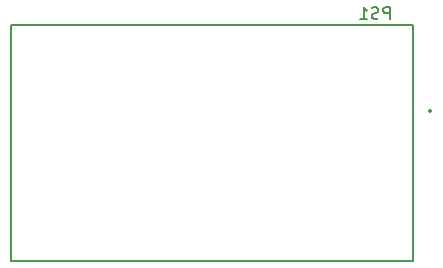
<source format=gbr>
%TF.GenerationSoftware,KiCad,Pcbnew,7.0.7*%
%TF.CreationDate,2025-10-27T22:40:16+01:00*%
%TF.ProjectId,pcb1,70636231-2e6b-4696-9361-645f70636258,rev?*%
%TF.SameCoordinates,Original*%
%TF.FileFunction,Legend,Bot*%
%TF.FilePolarity,Positive*%
%FSLAX46Y46*%
G04 Gerber Fmt 4.6, Leading zero omitted, Abs format (unit mm)*
G04 Created by KiCad (PCBNEW 7.0.7) date 2025-10-27 22:40:16*
%MOMM*%
%LPD*%
G01*
G04 APERTURE LIST*
%ADD10C,0.150000*%
%ADD11C,0.127000*%
%ADD12C,0.200000*%
G04 APERTURE END LIST*
D10*
X222531685Y-96419819D02*
X222531685Y-95419819D01*
X222531685Y-95419819D02*
X222150733Y-95419819D01*
X222150733Y-95419819D02*
X222055495Y-95467438D01*
X222055495Y-95467438D02*
X222007876Y-95515057D01*
X222007876Y-95515057D02*
X221960257Y-95610295D01*
X221960257Y-95610295D02*
X221960257Y-95753152D01*
X221960257Y-95753152D02*
X222007876Y-95848390D01*
X222007876Y-95848390D02*
X222055495Y-95896009D01*
X222055495Y-95896009D02*
X222150733Y-95943628D01*
X222150733Y-95943628D02*
X222531685Y-95943628D01*
X221579304Y-96372200D02*
X221436447Y-96419819D01*
X221436447Y-96419819D02*
X221198352Y-96419819D01*
X221198352Y-96419819D02*
X221103114Y-96372200D01*
X221103114Y-96372200D02*
X221055495Y-96324580D01*
X221055495Y-96324580D02*
X221007876Y-96229342D01*
X221007876Y-96229342D02*
X221007876Y-96134104D01*
X221007876Y-96134104D02*
X221055495Y-96038866D01*
X221055495Y-96038866D02*
X221103114Y-95991247D01*
X221103114Y-95991247D02*
X221198352Y-95943628D01*
X221198352Y-95943628D02*
X221388828Y-95896009D01*
X221388828Y-95896009D02*
X221484066Y-95848390D01*
X221484066Y-95848390D02*
X221531685Y-95800771D01*
X221531685Y-95800771D02*
X221579304Y-95705533D01*
X221579304Y-95705533D02*
X221579304Y-95610295D01*
X221579304Y-95610295D02*
X221531685Y-95515057D01*
X221531685Y-95515057D02*
X221484066Y-95467438D01*
X221484066Y-95467438D02*
X221388828Y-95419819D01*
X221388828Y-95419819D02*
X221150733Y-95419819D01*
X221150733Y-95419819D02*
X221007876Y-95467438D01*
X220055495Y-96419819D02*
X220626923Y-96419819D01*
X220341209Y-96419819D02*
X220341209Y-95419819D01*
X220341209Y-95419819D02*
X220436447Y-95562676D01*
X220436447Y-95562676D02*
X220531685Y-95657914D01*
X220531685Y-95657914D02*
X220626923Y-95705533D01*
D11*
%TO.C,PS1*%
X224492400Y-116900000D02*
X190492400Y-116900000D01*
X224492400Y-96900000D02*
X224492400Y-116900000D01*
X190492400Y-116900000D02*
X190492400Y-96900000D01*
X190492400Y-96900000D02*
X224492400Y-96900000D01*
D12*
X226042600Y-104200000D02*
G75*
G03*
X226042600Y-104200000I-100000J0D01*
G01*
%TD*%
M02*

</source>
